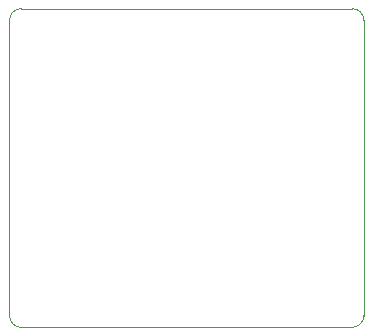
<source format=gm1>
G04 #@! TF.GenerationSoftware,KiCad,Pcbnew,(6.0.7)*
G04 #@! TF.CreationDate,2022-10-09T17:58:56+08:00*
G04 #@! TF.ProjectId,pcb_front,7063625f-6672-46f6-9e74-2e6b69636164,rev?*
G04 #@! TF.SameCoordinates,Original*
G04 #@! TF.FileFunction,Profile,NP*
%FSLAX46Y46*%
G04 Gerber Fmt 4.6, Leading zero omitted, Abs format (unit mm)*
G04 Created by KiCad (PCBNEW (6.0.7)) date 2022-10-09 17:58:56*
%MOMM*%
%LPD*%
G01*
G04 APERTURE LIST*
G04 #@! TA.AperFunction,Profile*
%ADD10C,0.100000*%
G04 #@! TD*
G04 APERTURE END LIST*
D10*
X169000001Y-89000000D02*
G75*
G03*
X168000001Y-88000000I-1000000J0D01*
G01*
X168000000Y-115000000D02*
G75*
G03*
X169000000Y-114000000I0J1000000D01*
G01*
X140000000Y-115000000D02*
X168000000Y-115000000D01*
X139000000Y-114000000D02*
G75*
G03*
X140000000Y-115000000I999999J-1D01*
G01*
X169000001Y-89000000D02*
X169000000Y-114000000D01*
X140000000Y-88000000D02*
X168000001Y-88000000D01*
X140000000Y-88000000D02*
G75*
G03*
X139000000Y-89000000I0J-1000000D01*
G01*
X139000000Y-114000000D02*
X139000000Y-89000000D01*
M02*

</source>
